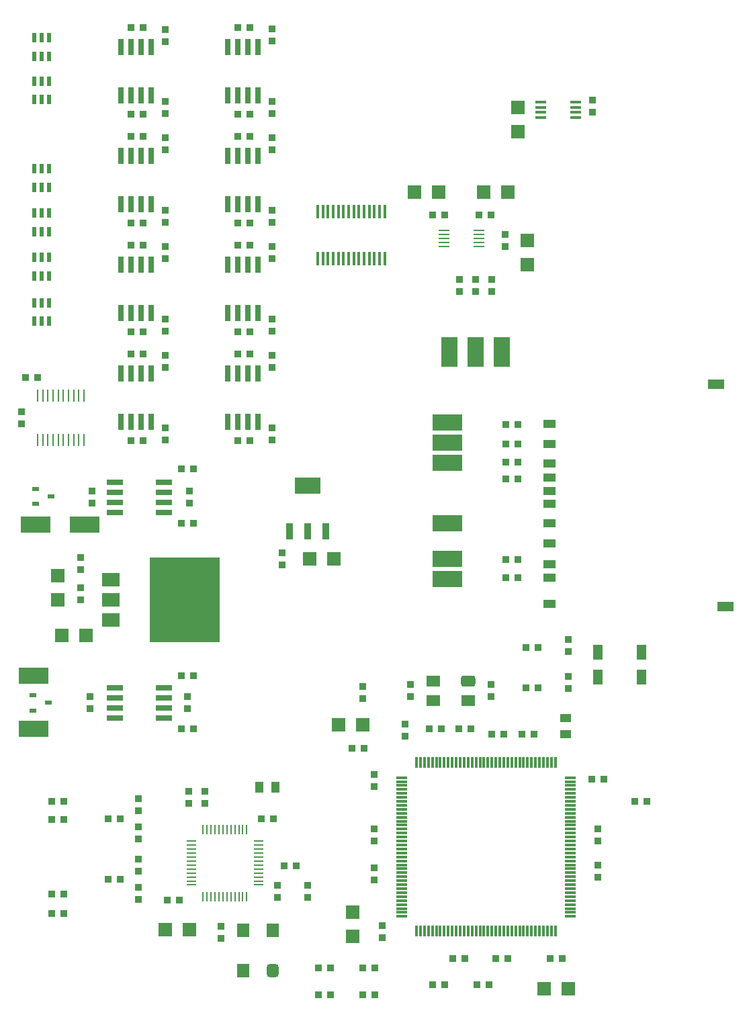
<source format=gtp>
%FSAX24Y24*%
%MOIN*%
G70*
G01*
G75*
G04 Layer_Color=8421504*
%ADD10R,0.0512X0.0748*%
%ADD11R,0.0700X0.0650*%
%ADD12R,0.0350X0.0350*%
%ADD13R,0.0350X0.0350*%
%ADD14R,0.3500X0.4200*%
%ADD15R,0.0900X0.0700*%
%ADD16R,0.0374X0.0189*%
%ADD17R,0.0550X0.0400*%
%ADD18R,0.0650X0.0700*%
%ADD19R,0.0512X0.0110*%
%ADD20R,0.0110X0.0512*%
%ADD21R,0.0600X0.0650*%
G04:AMPARAMS|DCode=22|XSize=65mil|YSize=60mil|CornerRadius=15mil|HoleSize=0mil|Usage=FLASHONLY|Rotation=270.000|XOffset=0mil|YOffset=0mil|HoleType=Round|Shape=RoundedRectangle|*
%AMROUNDEDRECTD22*
21,1,0.0650,0.0300,0,0,270.0*
21,1,0.0350,0.0600,0,0,270.0*
1,1,0.0300,-0.0150,-0.0175*
1,1,0.0300,-0.0150,0.0175*
1,1,0.0300,0.0150,0.0175*
1,1,0.0300,0.0150,-0.0175*
%
%ADD22ROUNDEDRECTD22*%
%ADD23R,0.0236X0.0472*%
%ADD24R,0.0260X0.0800*%
%ADD25R,0.0709X0.0551*%
G04:AMPARAMS|DCode=26|XSize=70.9mil|YSize=55.1mil|CornerRadius=13.8mil|HoleSize=0mil|Usage=FLASHONLY|Rotation=180.000|XOffset=0mil|YOffset=0mil|HoleType=Round|Shape=RoundedRectangle|*
%AMROUNDEDRECTD26*
21,1,0.0709,0.0276,0,0,180.0*
21,1,0.0433,0.0551,0,0,180.0*
1,1,0.0276,-0.0217,0.0138*
1,1,0.0276,0.0217,0.0138*
1,1,0.0276,0.0217,-0.0138*
1,1,0.0276,-0.0217,-0.0138*
%
%ADD26ROUNDEDRECTD26*%
%ADD27R,0.1280X0.0846*%
%ADD28R,0.0374X0.0846*%
%ADD29R,0.0800X0.0260*%
%ADD30R,0.0140X0.0701*%
%ADD31R,0.0787X0.0472*%
%ADD32R,0.0591X0.0394*%
%ADD33R,0.0532X0.0138*%
%ADD34R,0.0138X0.0532*%
%ADD35R,0.0400X0.0550*%
%ADD36R,0.0098X0.0610*%
%ADD37R,0.0571X0.0098*%
%ADD38R,0.0571X0.0177*%
%ADD39R,0.1500X0.0800*%
%ADD40R,0.0800X0.1500*%
%ADD41C,0.0100*%
%ADD42C,0.0120*%
%ADD43C,0.0110*%
%ADD44C,0.0150*%
%ADD45C,0.0130*%
%ADD46C,0.0200*%
%ADD47C,0.0300*%
%ADD48C,0.0600*%
%ADD49R,0.0600X0.0600*%
%ADD50R,0.0600X0.0600*%
%ADD51C,0.0591*%
%ADD52C,0.0551*%
%ADD53C,0.0886*%
%ADD54C,0.1772*%
%ADD55C,0.0220*%
%ADD56C,0.0250*%
%ADD57C,0.1600*%
%ADD58C,0.0689*%
%ADD59C,0.0300*%
%ADD60C,0.0500*%
%ADD61C,0.0400*%
%ADD62C,0.2500*%
%ADD63C,0.0079*%
%ADD64C,0.0500*%
%ADD65C,0.0060*%
%ADD66C,0.0070*%
%ADD67C,0.0020*%
D10*
X048267Y028030D02*
D03*
Y026770D02*
D03*
X050433Y028030D02*
D03*
Y026770D02*
D03*
D11*
X036100Y013900D02*
D03*
Y015100D02*
D03*
X021450Y030600D02*
D03*
Y031800D02*
D03*
X044300Y055050D02*
D03*
Y053850D02*
D03*
X044750Y047250D02*
D03*
Y048450D02*
D03*
D12*
X042250Y011500D02*
D03*
X042850D02*
D03*
X040650D02*
D03*
X040050D02*
D03*
X035000Y011000D02*
D03*
X034400D02*
D03*
X036600D02*
D03*
X037200D02*
D03*
X036600Y012350D02*
D03*
X037200D02*
D03*
X035000D02*
D03*
X034400D02*
D03*
X045300Y026250D02*
D03*
X044700D02*
D03*
X045300Y028250D02*
D03*
X044700D02*
D03*
X027600Y037100D02*
D03*
X028200D02*
D03*
X050700Y020600D02*
D03*
X050100D02*
D03*
X036650Y023250D02*
D03*
X036050D02*
D03*
X033300Y017400D02*
D03*
X032700D02*
D03*
X044300Y032600D02*
D03*
X043700D02*
D03*
Y031700D02*
D03*
X044300D02*
D03*
Y037450D02*
D03*
X043700D02*
D03*
X044300Y038350D02*
D03*
X043700D02*
D03*
Y039300D02*
D03*
X044300D02*
D03*
X043700Y036600D02*
D03*
X044300D02*
D03*
X025100Y053600D02*
D03*
X025700D02*
D03*
Y049300D02*
D03*
X025100D02*
D03*
X025700Y043900D02*
D03*
X025100D02*
D03*
Y048200D02*
D03*
X025700D02*
D03*
X025100Y059000D02*
D03*
X025700D02*
D03*
Y054700D02*
D03*
X025100D02*
D03*
X025700Y038500D02*
D03*
X025100D02*
D03*
Y042800D02*
D03*
X025700D02*
D03*
X030400D02*
D03*
X031000D02*
D03*
Y038500D02*
D03*
X030400D02*
D03*
Y053600D02*
D03*
X031000D02*
D03*
Y049300D02*
D03*
X030400D02*
D03*
Y048200D02*
D03*
X031000D02*
D03*
Y043900D02*
D03*
X030400D02*
D03*
Y059000D02*
D03*
X031000D02*
D03*
Y054700D02*
D03*
X030400D02*
D03*
X045900Y012800D02*
D03*
X046500D02*
D03*
X041050D02*
D03*
X041650D02*
D03*
X043600Y023950D02*
D03*
X043000D02*
D03*
X044500D02*
D03*
X045100D02*
D03*
X048550Y021700D02*
D03*
X047950D02*
D03*
X043200Y012800D02*
D03*
X043800D02*
D03*
X021150Y015050D02*
D03*
X021750D02*
D03*
X021150Y019700D02*
D03*
X021750D02*
D03*
X021150Y016000D02*
D03*
X021750D02*
D03*
Y020600D02*
D03*
X021150D02*
D03*
X023950Y016750D02*
D03*
X024550D02*
D03*
X023950Y019750D02*
D03*
X024550D02*
D03*
X027500Y015700D02*
D03*
X026900D02*
D03*
X032150Y019750D02*
D03*
X031550D02*
D03*
X020450Y041650D02*
D03*
X019850D02*
D03*
X040050Y049700D02*
D03*
X040650D02*
D03*
X042950D02*
D03*
X042350D02*
D03*
X027600Y024200D02*
D03*
X028200D02*
D03*
X027600Y026850D02*
D03*
X028200D02*
D03*
X027600Y034400D02*
D03*
X028200D02*
D03*
X039900Y024200D02*
D03*
X040500D02*
D03*
X041950D02*
D03*
X041350D02*
D03*
D13*
X046800Y026800D02*
D03*
Y026200D02*
D03*
Y028050D02*
D03*
Y028650D02*
D03*
X036600Y026300D02*
D03*
Y025700D02*
D03*
X033850Y015850D02*
D03*
Y016450D02*
D03*
X029550Y014400D02*
D03*
Y013800D02*
D03*
X026800Y053550D02*
D03*
Y052950D02*
D03*
Y049950D02*
D03*
Y049350D02*
D03*
Y048150D02*
D03*
Y047550D02*
D03*
Y044550D02*
D03*
Y043950D02*
D03*
Y055350D02*
D03*
Y054750D02*
D03*
Y058900D02*
D03*
Y058300D02*
D03*
Y039150D02*
D03*
Y038550D02*
D03*
Y042750D02*
D03*
Y042150D02*
D03*
X032100Y042750D02*
D03*
Y042150D02*
D03*
Y039150D02*
D03*
Y038550D02*
D03*
Y053550D02*
D03*
Y052950D02*
D03*
Y049950D02*
D03*
Y049350D02*
D03*
Y048150D02*
D03*
Y047550D02*
D03*
Y044550D02*
D03*
Y043950D02*
D03*
Y058950D02*
D03*
Y058350D02*
D03*
Y055350D02*
D03*
Y054750D02*
D03*
X032600Y032950D02*
D03*
Y032350D02*
D03*
X022600Y031200D02*
D03*
Y030600D02*
D03*
Y032700D02*
D03*
Y032100D02*
D03*
X038950Y026400D02*
D03*
Y025800D02*
D03*
X042950D02*
D03*
Y026400D02*
D03*
X048250Y016850D02*
D03*
Y017450D02*
D03*
Y018650D02*
D03*
Y019250D02*
D03*
X037550Y014450D02*
D03*
Y013850D02*
D03*
X037150Y017300D02*
D03*
Y016700D02*
D03*
Y019250D02*
D03*
Y018650D02*
D03*
Y021950D02*
D03*
Y021350D02*
D03*
X038700Y024450D02*
D03*
Y023850D02*
D03*
X025450Y016350D02*
D03*
Y017150D02*
D03*
Y020150D02*
D03*
Y019350D02*
D03*
Y020750D02*
D03*
Y018750D02*
D03*
Y017750D02*
D03*
Y015750D02*
D03*
X027950Y021100D02*
D03*
Y020500D02*
D03*
X028750Y021100D02*
D03*
Y020500D02*
D03*
X032350Y015850D02*
D03*
Y016450D02*
D03*
X027900Y025800D02*
D03*
Y025200D02*
D03*
X028000Y036000D02*
D03*
Y035400D02*
D03*
X019650Y039950D02*
D03*
Y039350D02*
D03*
X048000Y055400D02*
D03*
Y054800D02*
D03*
X043650Y048150D02*
D03*
Y048750D02*
D03*
X041400Y046500D02*
D03*
Y045900D02*
D03*
X043000Y046500D02*
D03*
Y045900D02*
D03*
X042200Y046500D02*
D03*
Y045900D02*
D03*
X023150Y035400D02*
D03*
Y036000D02*
D03*
X023050Y025200D02*
D03*
Y025800D02*
D03*
D14*
X027750Y030600D02*
D03*
D15*
X024100Y029600D02*
D03*
Y030600D02*
D03*
Y031600D02*
D03*
D16*
X020982Y025500D02*
D03*
X020218Y025882D02*
D03*
Y025118D02*
D03*
X021132Y035750D02*
D03*
X020368Y036132D02*
D03*
Y035368D02*
D03*
D17*
X046650Y024750D02*
D03*
Y023950D02*
D03*
D18*
X035400Y024400D02*
D03*
X036600D02*
D03*
X046800Y011300D02*
D03*
X045600D02*
D03*
X035150Y032650D02*
D03*
X033950D02*
D03*
X022850Y028850D02*
D03*
X021650D02*
D03*
X028000Y014250D02*
D03*
X026800D02*
D03*
X043800Y050850D02*
D03*
X042600D02*
D03*
X039150D02*
D03*
X040350D02*
D03*
D19*
X031404Y016467D02*
D03*
Y016664D02*
D03*
Y016861D02*
D03*
Y017058D02*
D03*
Y017255D02*
D03*
Y017452D02*
D03*
Y017648D02*
D03*
Y017845D02*
D03*
Y018042D02*
D03*
Y018239D02*
D03*
Y018436D02*
D03*
Y018633D02*
D03*
X028096D02*
D03*
Y018436D02*
D03*
Y018239D02*
D03*
Y018042D02*
D03*
Y017845D02*
D03*
Y017648D02*
D03*
Y017452D02*
D03*
Y017255D02*
D03*
Y017058D02*
D03*
Y016861D02*
D03*
Y016664D02*
D03*
Y016467D02*
D03*
D20*
X030833Y019204D02*
D03*
X030636D02*
D03*
X030439D02*
D03*
X030242D02*
D03*
X030045D02*
D03*
X029848D02*
D03*
X029652D02*
D03*
X029455D02*
D03*
X029258D02*
D03*
X029061D02*
D03*
X028864D02*
D03*
X028667D02*
D03*
Y015896D02*
D03*
X028864D02*
D03*
X029061D02*
D03*
X029258D02*
D03*
X029455D02*
D03*
X029652D02*
D03*
X029848D02*
D03*
X030045D02*
D03*
X030242D02*
D03*
X030439D02*
D03*
X030636D02*
D03*
X030833D02*
D03*
D21*
X030665Y012200D02*
D03*
Y014200D02*
D03*
X032135D02*
D03*
D22*
Y012200D02*
D03*
D23*
X020276Y057597D02*
D03*
X020650D02*
D03*
X021024D02*
D03*
X020276Y058503D02*
D03*
X020650D02*
D03*
X021024D02*
D03*
X020276Y055447D02*
D03*
X020650D02*
D03*
X021024D02*
D03*
X020276Y056353D02*
D03*
X020650D02*
D03*
X021024D02*
D03*
X020276Y051097D02*
D03*
X020650D02*
D03*
X021024D02*
D03*
X020276Y052003D02*
D03*
X020650D02*
D03*
X021024D02*
D03*
X020276Y048897D02*
D03*
X020650D02*
D03*
X021024D02*
D03*
X020276Y049803D02*
D03*
X020650D02*
D03*
X021024D02*
D03*
X020276Y046697D02*
D03*
X020650D02*
D03*
X021024D02*
D03*
X020276Y047603D02*
D03*
X020650D02*
D03*
X021024D02*
D03*
X020276Y044447D02*
D03*
X020650D02*
D03*
X021024D02*
D03*
X020276Y045353D02*
D03*
X020650D02*
D03*
X021024D02*
D03*
D24*
X026100Y052660D02*
D03*
X025600D02*
D03*
X025100D02*
D03*
X026100Y050240D02*
D03*
X025100D02*
D03*
X025600D02*
D03*
X024600Y052660D02*
D03*
Y050240D02*
D03*
X026100Y047260D02*
D03*
X025600D02*
D03*
X025100D02*
D03*
X026100Y044840D02*
D03*
X025100D02*
D03*
X025600D02*
D03*
X024600Y047260D02*
D03*
Y044840D02*
D03*
X026100Y058060D02*
D03*
X025600D02*
D03*
X025100D02*
D03*
X026100Y055640D02*
D03*
X025100D02*
D03*
X025600D02*
D03*
X024600Y058060D02*
D03*
Y055640D02*
D03*
X026100Y041860D02*
D03*
X025600D02*
D03*
X025100D02*
D03*
X026100Y039440D02*
D03*
X025100D02*
D03*
X025600D02*
D03*
X024600Y041860D02*
D03*
Y039440D02*
D03*
X031400Y041860D02*
D03*
X030900D02*
D03*
X030400D02*
D03*
X031400Y039440D02*
D03*
X030400D02*
D03*
X030900D02*
D03*
X029900Y041860D02*
D03*
Y039440D02*
D03*
X031400Y052660D02*
D03*
X030900D02*
D03*
X030400D02*
D03*
X031400Y050240D02*
D03*
X030400D02*
D03*
X030900D02*
D03*
X029900Y052660D02*
D03*
Y050240D02*
D03*
X031400Y047260D02*
D03*
X030900D02*
D03*
X030400D02*
D03*
X031400Y044840D02*
D03*
X030400D02*
D03*
X030900D02*
D03*
X029900Y047260D02*
D03*
Y044840D02*
D03*
X031400Y058060D02*
D03*
X030900D02*
D03*
X030400D02*
D03*
X031400Y055640D02*
D03*
X030400D02*
D03*
X030900D02*
D03*
X029900Y058060D02*
D03*
Y055640D02*
D03*
D25*
X040084Y026572D02*
D03*
Y025628D02*
D03*
X041816D02*
D03*
D26*
Y026572D02*
D03*
D27*
X033850Y036283D02*
D03*
D28*
X032944Y034000D02*
D03*
X034756D02*
D03*
X033850D02*
D03*
D29*
X026710Y034950D02*
D03*
X024290D02*
D03*
X026710Y035450D02*
D03*
Y035950D02*
D03*
X024290Y035450D02*
D03*
Y035950D02*
D03*
X026710Y036450D02*
D03*
X024290D02*
D03*
X026710Y024750D02*
D03*
X024290D02*
D03*
X026710Y025250D02*
D03*
Y025750D02*
D03*
X024290Y025250D02*
D03*
Y025750D02*
D03*
X026710Y026250D02*
D03*
X024290D02*
D03*
D30*
X034606Y049889D02*
D03*
X034862D02*
D03*
X034350D02*
D03*
X035885D02*
D03*
X035118D02*
D03*
X035630D02*
D03*
X035374D02*
D03*
X036397D02*
D03*
X036141D02*
D03*
X036909D02*
D03*
X036653D02*
D03*
X037165D02*
D03*
X037677D02*
D03*
X037421D02*
D03*
X034350Y047550D02*
D03*
X034606D02*
D03*
X035118D02*
D03*
X034862D02*
D03*
X035630D02*
D03*
X035374D02*
D03*
X036141D02*
D03*
X035885D02*
D03*
X037421D02*
D03*
X037677D02*
D03*
X036653D02*
D03*
X036397D02*
D03*
X037165D02*
D03*
X036909D02*
D03*
D31*
X054594Y030281D02*
D03*
X054122Y041304D02*
D03*
D32*
X045850Y036698D02*
D03*
Y030407D02*
D03*
Y031726D02*
D03*
Y032395D02*
D03*
Y033430D02*
D03*
Y034415D02*
D03*
Y035379D02*
D03*
Y036029D02*
D03*
Y037367D02*
D03*
Y038352D02*
D03*
Y039336D02*
D03*
D33*
X046883Y014905D02*
D03*
Y015102D02*
D03*
Y015299D02*
D03*
Y015496D02*
D03*
Y015693D02*
D03*
Y015889D02*
D03*
Y016086D02*
D03*
Y016283D02*
D03*
Y016480D02*
D03*
Y016677D02*
D03*
Y016874D02*
D03*
Y017070D02*
D03*
Y017267D02*
D03*
Y017464D02*
D03*
Y017661D02*
D03*
Y017858D02*
D03*
Y018055D02*
D03*
Y018252D02*
D03*
Y018448D02*
D03*
Y018645D02*
D03*
Y018842D02*
D03*
Y019039D02*
D03*
Y019236D02*
D03*
Y019433D02*
D03*
Y019630D02*
D03*
Y019826D02*
D03*
Y020023D02*
D03*
Y020220D02*
D03*
Y020417D02*
D03*
Y020614D02*
D03*
Y020811D02*
D03*
Y021007D02*
D03*
Y021204D02*
D03*
Y021401D02*
D03*
Y021598D02*
D03*
Y021795D02*
D03*
X038517D02*
D03*
Y021598D02*
D03*
Y021401D02*
D03*
Y021204D02*
D03*
Y021007D02*
D03*
Y020811D02*
D03*
Y020614D02*
D03*
Y020417D02*
D03*
Y020220D02*
D03*
Y020023D02*
D03*
Y019826D02*
D03*
Y019630D02*
D03*
Y019433D02*
D03*
Y019236D02*
D03*
Y019039D02*
D03*
Y018842D02*
D03*
Y018645D02*
D03*
Y018448D02*
D03*
Y018252D02*
D03*
Y018055D02*
D03*
Y017858D02*
D03*
Y017661D02*
D03*
Y017464D02*
D03*
Y017267D02*
D03*
Y017070D02*
D03*
Y016874D02*
D03*
Y016677D02*
D03*
Y016480D02*
D03*
Y016283D02*
D03*
Y016086D02*
D03*
Y015889D02*
D03*
Y015693D02*
D03*
Y015496D02*
D03*
Y015299D02*
D03*
Y015102D02*
D03*
Y014905D02*
D03*
D34*
X046145Y022533D02*
D03*
X045948D02*
D03*
X045751D02*
D03*
X045554D02*
D03*
X045357D02*
D03*
X045161D02*
D03*
X044964D02*
D03*
X044767D02*
D03*
X044570D02*
D03*
X044373D02*
D03*
X044176D02*
D03*
X043980D02*
D03*
X043783D02*
D03*
X043586D02*
D03*
X043389D02*
D03*
X043192D02*
D03*
X042995D02*
D03*
X042798D02*
D03*
X042602D02*
D03*
X042405D02*
D03*
X042208D02*
D03*
X042011D02*
D03*
X041814D02*
D03*
X041617D02*
D03*
X041420D02*
D03*
X041224D02*
D03*
X041027D02*
D03*
X040830D02*
D03*
X040633D02*
D03*
X040436D02*
D03*
X040239D02*
D03*
X040043D02*
D03*
X039846D02*
D03*
X039649D02*
D03*
X039452D02*
D03*
X039255D02*
D03*
Y014167D02*
D03*
X039452D02*
D03*
X039649D02*
D03*
X039846D02*
D03*
X040043D02*
D03*
X040239D02*
D03*
X040436D02*
D03*
X040633D02*
D03*
X040830D02*
D03*
X041027D02*
D03*
X041224D02*
D03*
X041420D02*
D03*
X041617D02*
D03*
X041814D02*
D03*
X042011D02*
D03*
X042208D02*
D03*
X042405D02*
D03*
X042602D02*
D03*
X042798D02*
D03*
X042995D02*
D03*
X043192D02*
D03*
X043389D02*
D03*
X043586D02*
D03*
X043783D02*
D03*
X043980D02*
D03*
X044176D02*
D03*
X044373D02*
D03*
X044570D02*
D03*
X044767D02*
D03*
X044964D02*
D03*
X045161D02*
D03*
X045357D02*
D03*
X045554D02*
D03*
X045751D02*
D03*
X045948D02*
D03*
X046145D02*
D03*
D35*
X032250Y021300D02*
D03*
X031450D02*
D03*
D36*
X020448Y038548D02*
D03*
X020704D02*
D03*
X020960D02*
D03*
X021216D02*
D03*
X021472D02*
D03*
X021728D02*
D03*
X021984D02*
D03*
X022240D02*
D03*
X022496D02*
D03*
X022752D02*
D03*
X020448Y040752D02*
D03*
X020704D02*
D03*
X020960D02*
D03*
X021216D02*
D03*
X021472D02*
D03*
X021728D02*
D03*
X021984D02*
D03*
X022240D02*
D03*
X022496D02*
D03*
X022752D02*
D03*
D37*
X040634Y048944D02*
D03*
Y048747D02*
D03*
Y048550D02*
D03*
Y048353D02*
D03*
Y048156D02*
D03*
X042366Y048944D02*
D03*
Y048747D02*
D03*
Y048550D02*
D03*
Y048353D02*
D03*
Y048156D02*
D03*
D38*
X047150Y054550D02*
D03*
Y054806D02*
D03*
Y055062D02*
D03*
Y055318D02*
D03*
X045418Y054550D02*
D03*
Y054806D02*
D03*
Y055062D02*
D03*
Y055318D02*
D03*
D39*
X020250Y024200D02*
D03*
Y026850D02*
D03*
X020350Y034350D02*
D03*
X022800D02*
D03*
X040800Y034400D02*
D03*
Y037400D02*
D03*
Y031650D02*
D03*
Y032650D02*
D03*
Y038400D02*
D03*
Y039400D02*
D03*
D40*
X040900Y042900D02*
D03*
X043500D02*
D03*
X042200D02*
D03*
M02*

</source>
